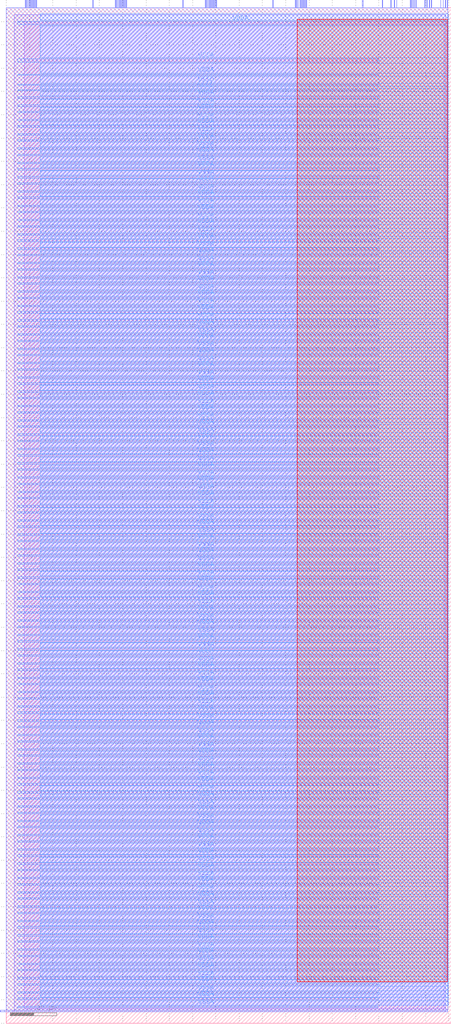
<source format=lef>
VERSION 5.7 ;
  NOWIREEXTENSIONATPIN ON ;
  DIVIDERCHAR "/" ;
  BUSBITCHARS "[]" ;
MACRO ADC_DAC_top
  CLASS BLOCK ;
  FOREIGN ADC_DAC_top ;
  ORIGIN 0.000 0.000 ;
  SIZE 191.000 BY 436.000 ;
  PIN VDDA
    DIRECTION INOUT ;
    USE POWER ;
    PORT
      LAYER met3 ;
        RECT 5.000 406.915 159.520 407.415 ;
    END
    PORT
      LAYER met3 ;
        RECT 5.000 428.615 188.875 430.115 ;
    END
    PORT
      LAYER met3 ;
        RECT 5.000 10.155 159.520 10.855 ;
    END
    PORT
      LAYER met3 ;
        RECT 5.000 16.295 159.520 16.995 ;
    END
    PORT
      LAYER met3 ;
        RECT 5.000 22.435 159.520 23.135 ;
    END
    PORT
      LAYER met3 ;
        RECT 5.000 28.575 159.520 29.275 ;
    END
    PORT
      LAYER met3 ;
        RECT 5.000 34.715 159.520 35.415 ;
    END
    PORT
      LAYER met3 ;
        RECT 5.000 40.855 159.520 41.555 ;
    END
    PORT
      LAYER met3 ;
        RECT 5.000 46.995 159.520 47.695 ;
    END
    PORT
      LAYER met3 ;
        RECT 5.000 53.135 159.520 53.835 ;
    END
    PORT
      LAYER met3 ;
        RECT 5.000 59.275 159.520 59.975 ;
    END
    PORT
      LAYER met3 ;
        RECT 5.000 65.415 159.520 66.115 ;
    END
    PORT
      LAYER met3 ;
        RECT 5.000 71.555 159.520 72.255 ;
    END
    PORT
      LAYER met3 ;
        RECT 5.000 77.695 159.520 78.395 ;
    END
    PORT
      LAYER met3 ;
        RECT 5.000 83.835 159.520 84.535 ;
    END
    PORT
      LAYER met3 ;
        RECT 5.000 89.975 159.520 90.675 ;
    END
    PORT
      LAYER met3 ;
        RECT 5.000 96.115 159.520 96.815 ;
    END
    PORT
      LAYER met3 ;
        RECT 5.000 102.255 159.520 102.955 ;
    END
    PORT
      LAYER met3 ;
        RECT 5.000 108.395 159.520 109.095 ;
    END
    PORT
      LAYER met3 ;
        RECT 5.000 114.535 159.520 115.235 ;
    END
    PORT
      LAYER met3 ;
        RECT 5.000 120.675 159.520 121.375 ;
    END
    PORT
      LAYER met3 ;
        RECT 5.000 126.815 159.520 127.515 ;
    END
    PORT
      LAYER met3 ;
        RECT 5.000 132.955 159.520 133.655 ;
    END
    PORT
      LAYER met3 ;
        RECT 5.000 139.095 159.520 139.795 ;
    END
    PORT
      LAYER met3 ;
        RECT 5.000 145.235 159.520 145.935 ;
    END
    PORT
      LAYER met3 ;
        RECT 5.000 151.375 159.520 152.075 ;
    END
    PORT
      LAYER met3 ;
        RECT 5.000 157.515 159.520 158.215 ;
    END
    PORT
      LAYER met3 ;
        RECT 5.000 163.655 159.520 164.355 ;
    END
    PORT
      LAYER met3 ;
        RECT 5.000 169.795 159.520 170.495 ;
    END
    PORT
      LAYER met3 ;
        RECT 5.000 175.935 159.520 176.635 ;
    END
    PORT
      LAYER met3 ;
        RECT 5.000 182.075 159.520 182.775 ;
    END
    PORT
      LAYER met3 ;
        RECT 5.000 188.215 159.520 188.915 ;
    END
    PORT
      LAYER met3 ;
        RECT 5.000 194.355 159.520 195.055 ;
    END
    PORT
      LAYER met3 ;
        RECT 5.000 200.495 159.520 201.195 ;
    END
    PORT
      LAYER met3 ;
        RECT 5.000 206.635 159.520 207.335 ;
    END
    PORT
      LAYER met3 ;
        RECT 5.000 212.775 159.520 213.475 ;
    END
    PORT
      LAYER met3 ;
        RECT 5.000 218.915 159.520 219.615 ;
    END
    PORT
      LAYER met3 ;
        RECT 5.000 225.055 159.520 225.755 ;
    END
    PORT
      LAYER met3 ;
        RECT 5.000 231.195 159.520 231.895 ;
    END
    PORT
      LAYER met3 ;
        RECT 5.000 237.335 159.520 238.035 ;
    END
    PORT
      LAYER met3 ;
        RECT 5.000 243.475 159.520 244.175 ;
    END
    PORT
      LAYER met3 ;
        RECT 5.000 249.615 159.520 250.315 ;
    END
    PORT
      LAYER met3 ;
        RECT 5.000 255.755 159.520 256.455 ;
    END
    PORT
      LAYER met3 ;
        RECT 5.000 261.895 159.520 262.595 ;
    END
    PORT
      LAYER met3 ;
        RECT 5.000 268.035 159.520 268.735 ;
    END
    PORT
      LAYER met3 ;
        RECT 5.000 274.175 159.520 274.875 ;
    END
    PORT
      LAYER met3 ;
        RECT 5.000 280.315 159.520 281.015 ;
    END
    PORT
      LAYER met3 ;
        RECT 5.000 286.455 159.520 287.155 ;
    END
    PORT
      LAYER met3 ;
        RECT 5.000 292.595 159.520 293.295 ;
    END
    PORT
      LAYER met3 ;
        RECT 5.000 298.735 159.520 299.435 ;
    END
    PORT
      LAYER met3 ;
        RECT 5.000 304.875 159.520 305.575 ;
    END
    PORT
      LAYER met3 ;
        RECT 5.000 311.015 159.520 311.715 ;
    END
    PORT
      LAYER met3 ;
        RECT 5.000 317.155 159.520 317.855 ;
    END
    PORT
      LAYER met3 ;
        RECT 5.000 323.295 159.520 323.995 ;
    END
    PORT
      LAYER met3 ;
        RECT 5.000 329.435 159.520 330.135 ;
    END
    PORT
      LAYER met3 ;
        RECT 5.000 335.575 159.520 336.275 ;
    END
    PORT
      LAYER met3 ;
        RECT 5.000 341.715 159.520 342.415 ;
    END
    PORT
      LAYER met3 ;
        RECT 5.000 347.855 159.520 348.555 ;
    END
    PORT
      LAYER met3 ;
        RECT 5.000 353.995 159.520 354.695 ;
    END
    PORT
      LAYER met3 ;
        RECT 5.000 360.135 159.520 360.835 ;
    END
    PORT
      LAYER met3 ;
        RECT 5.000 366.275 159.520 366.975 ;
    END
    PORT
      LAYER met3 ;
        RECT 5.000 372.415 159.520 373.115 ;
    END
    PORT
      LAYER met3 ;
        RECT 5.000 378.555 159.520 379.255 ;
    END
    PORT
      LAYER met3 ;
        RECT 5.000 384.695 159.520 385.395 ;
    END
    PORT
      LAYER met3 ;
        RECT 5.000 390.835 159.520 391.535 ;
    END
    PORT
      LAYER met3 ;
        RECT 5.000 396.975 159.520 397.675 ;
    END
  END VDDA
  PIN VSSA
    DIRECTION INOUT ;
    USE POWER ;
    PORT
      LAYER met3 ;
        RECT 5.000 412.565 159.520 414.065 ;
    END
    PORT
      LAYER met3 ;
        RECT 5.000 6.705 159.520 7.405 ;
    END
    PORT
      LAYER met3 ;
        RECT 5.000 12.845 159.520 13.545 ;
    END
    PORT
      LAYER met3 ;
        RECT 5.000 18.985 159.520 19.685 ;
    END
    PORT
      LAYER met3 ;
        RECT 5.000 25.125 159.520 25.825 ;
    END
    PORT
      LAYER met3 ;
        RECT 5.000 31.265 159.520 31.965 ;
    END
    PORT
      LAYER met3 ;
        RECT 5.000 37.405 159.520 38.105 ;
    END
    PORT
      LAYER met3 ;
        RECT 5.000 43.545 159.520 44.245 ;
    END
    PORT
      LAYER met3 ;
        RECT 5.000 49.685 159.520 50.385 ;
    END
    PORT
      LAYER met3 ;
        RECT 5.000 55.825 159.520 56.525 ;
    END
    PORT
      LAYER met3 ;
        RECT 5.000 61.965 159.520 62.665 ;
    END
    PORT
      LAYER met3 ;
        RECT 5.000 68.105 159.520 68.805 ;
    END
    PORT
      LAYER met3 ;
        RECT 5.000 74.245 159.520 74.945 ;
    END
    PORT
      LAYER met3 ;
        RECT 5.000 80.385 159.520 81.085 ;
    END
    PORT
      LAYER met3 ;
        RECT 5.000 86.525 159.520 87.225 ;
    END
    PORT
      LAYER met3 ;
        RECT 5.000 92.665 159.520 93.365 ;
    END
    PORT
      LAYER met3 ;
        RECT 5.000 98.805 159.520 99.505 ;
    END
    PORT
      LAYER met3 ;
        RECT 5.000 104.945 159.520 105.645 ;
    END
    PORT
      LAYER met3 ;
        RECT 5.000 111.085 159.520 111.785 ;
    END
    PORT
      LAYER met3 ;
        RECT 5.000 117.225 159.520 117.925 ;
    END
    PORT
      LAYER met3 ;
        RECT 5.000 123.365 159.520 124.065 ;
    END
    PORT
      LAYER met3 ;
        RECT 5.000 129.505 159.520 130.205 ;
    END
    PORT
      LAYER met3 ;
        RECT 5.000 135.645 159.520 136.345 ;
    END
    PORT
      LAYER met3 ;
        RECT 5.000 141.785 159.520 142.485 ;
    END
    PORT
      LAYER met3 ;
        RECT 5.000 147.925 159.520 148.625 ;
    END
    PORT
      LAYER met3 ;
        RECT 5.000 154.065 159.520 154.765 ;
    END
    PORT
      LAYER met3 ;
        RECT 5.000 160.205 159.520 160.905 ;
    END
    PORT
      LAYER met3 ;
        RECT 5.000 166.345 159.520 167.045 ;
    END
    PORT
      LAYER met3 ;
        RECT 5.000 172.485 159.520 173.185 ;
    END
    PORT
      LAYER met3 ;
        RECT 5.000 178.625 159.520 179.325 ;
    END
    PORT
      LAYER met3 ;
        RECT 5.000 184.765 159.520 185.465 ;
    END
    PORT
      LAYER met3 ;
        RECT 5.000 190.905 159.520 191.605 ;
    END
    PORT
      LAYER met3 ;
        RECT 5.000 197.045 159.520 197.745 ;
    END
    PORT
      LAYER met3 ;
        RECT 5.000 203.185 159.520 203.885 ;
    END
    PORT
      LAYER met3 ;
        RECT 5.000 209.325 159.520 210.025 ;
    END
    PORT
      LAYER met3 ;
        RECT 5.000 215.465 159.520 216.165 ;
    END
    PORT
      LAYER met3 ;
        RECT 5.000 221.605 159.520 222.305 ;
    END
    PORT
      LAYER met3 ;
        RECT 5.000 227.745 159.520 228.445 ;
    END
    PORT
      LAYER met3 ;
        RECT 5.000 233.885 159.520 234.585 ;
    END
    PORT
      LAYER met3 ;
        RECT 5.000 240.025 159.520 240.725 ;
    END
    PORT
      LAYER met3 ;
        RECT 5.000 246.165 159.520 246.865 ;
    END
    PORT
      LAYER met3 ;
        RECT 5.000 252.305 159.520 253.005 ;
    END
    PORT
      LAYER met3 ;
        RECT 5.000 258.445 159.520 259.145 ;
    END
    PORT
      LAYER met3 ;
        RECT 5.000 264.585 159.520 265.285 ;
    END
    PORT
      LAYER met3 ;
        RECT 5.000 270.725 159.520 271.425 ;
    END
    PORT
      LAYER met3 ;
        RECT 5.000 276.865 159.520 277.565 ;
    END
    PORT
      LAYER met3 ;
        RECT 5.000 283.005 159.520 283.705 ;
    END
    PORT
      LAYER met3 ;
        RECT 5.000 289.145 159.520 289.845 ;
    END
    PORT
      LAYER met3 ;
        RECT 5.000 295.285 159.520 295.985 ;
    END
    PORT
      LAYER met3 ;
        RECT 5.000 301.425 159.520 302.125 ;
    END
    PORT
      LAYER met3 ;
        RECT 5.000 307.565 159.520 308.265 ;
    END
    PORT
      LAYER met3 ;
        RECT 5.000 313.705 159.520 314.405 ;
    END
    PORT
      LAYER met3 ;
        RECT 5.000 319.845 159.520 320.545 ;
    END
    PORT
      LAYER met3 ;
        RECT 5.000 325.985 159.520 326.685 ;
    END
    PORT
      LAYER met3 ;
        RECT 5.000 332.125 159.520 332.825 ;
    END
    PORT
      LAYER met3 ;
        RECT 5.000 338.265 159.520 338.965 ;
    END
    PORT
      LAYER met3 ;
        RECT 5.000 344.405 159.520 345.105 ;
    END
    PORT
      LAYER met3 ;
        RECT 5.000 350.545 159.520 351.245 ;
    END
    PORT
      LAYER met3 ;
        RECT 5.000 356.685 159.520 357.385 ;
    END
    PORT
      LAYER met3 ;
        RECT 5.000 362.825 159.520 363.525 ;
    END
    PORT
      LAYER met3 ;
        RECT 5.000 368.965 159.520 369.665 ;
    END
    PORT
      LAYER met3 ;
        RECT 5.000 375.105 159.520 375.805 ;
    END
    PORT
      LAYER met3 ;
        RECT 5.000 381.245 159.520 381.945 ;
    END
    PORT
      LAYER met3 ;
        RECT 5.000 387.385 159.520 388.085 ;
    END
    PORT
      LAYER met3 ;
        RECT 5.000 393.525 159.520 394.225 ;
    END
  END VSSA
  PIN VCCD
    DIRECTION INOUT ;
    USE POWER ;
    PORT
      LAYER met3 ;
        RECT 5.000 400.265 159.520 400.765 ;
    END
  END VCCD
  PIN VSSD
    DIRECTION INOUT ;
    USE POWER ;
    PORT
      LAYER met3 ;
        RECT 5.000 402.565 159.520 403.065 ;
    END
  END VSSD
  PIN VREFH
    DIRECTION INPUT ;
    USE SIGNAL ;
    PORT
      LAYER met2 ;
        RECT -2.605 5.000 -2.595 5.500 ;
    END
  END VREFH
  PIN Din0[0]
    DIRECTION INPUT ;
    USE SIGNAL ;
    PORT
      LAYER met2 ;
        RECT 8.210 439.295 8.410 439.305 ;
    END
  END Din0[0]
  PIN Din0[1]
    DIRECTION INPUT ;
    USE SIGNAL ;
    PORT
      LAYER met2 ;
        RECT 8.900 439.295 9.100 439.305 ;
    END
  END Din0[1]
  PIN Din0[2]
    DIRECTION INPUT ;
    USE SIGNAL ;
    PORT
      LAYER met2 ;
        RECT 9.580 439.295 9.780 439.305 ;
    END
  END Din0[2]
  PIN Din0[3]
    DIRECTION INPUT ;
    USE SIGNAL ;
    PORT
      LAYER met2 ;
        RECT 10.250 439.295 10.450 439.305 ;
    END
  END Din0[3]
  PIN Din0[4]
    DIRECTION INPUT ;
    USE SIGNAL ;
    PORT
      LAYER met2 ;
        RECT 10.910 439.295 11.110 439.305 ;
    END
  END Din0[4]
  PIN Din0[5]
    DIRECTION INPUT ;
    USE SIGNAL ;
    PORT
      LAYER met2 ;
        RECT 11.570 439.295 11.770 439.305 ;
    END
  END Din0[5]
  PIN Din0[6]
    DIRECTION INPUT ;
    USE SIGNAL ;
    PORT
      LAYER met2 ;
        RECT 12.230 439.295 12.430 439.305 ;
    END
  END Din0[6]
  PIN Din0[7]
    DIRECTION INPUT ;
    USE SIGNAL ;
    PORT
      LAYER met2 ;
        RECT 12.900 439.295 13.100 439.305 ;
    END
  END Din0[7]
  PIN VOUT0
    DIRECTION OUTPUT ;
    USE SIGNAL ;
    PORT
      LAYER met2 ;
        RECT 37.040 439.295 37.280 439.305 ;
    END
  END VOUT0
  PIN Din1[0]
    DIRECTION INPUT ;
    USE SIGNAL ;
    PORT
      LAYER met2 ;
        RECT 46.840 439.295 47.040 439.305 ;
    END
  END Din1[0]
  PIN Din1[1]
    DIRECTION INPUT ;
    USE SIGNAL ;
    PORT
      LAYER met2 ;
        RECT 47.530 439.295 47.730 439.305 ;
    END
  END Din1[1]
  PIN Din1[2]
    DIRECTION INPUT ;
    USE SIGNAL ;
    PORT
      LAYER met2 ;
        RECT 48.210 439.295 48.410 439.305 ;
    END
  END Din1[2]
  PIN Din1[3]
    DIRECTION INPUT ;
    USE SIGNAL ;
    PORT
      LAYER met2 ;
        RECT 48.880 439.295 49.080 439.305 ;
    END
  END Din1[3]
  PIN Din1[4]
    DIRECTION INPUT ;
    USE SIGNAL ;
    PORT
      LAYER met2 ;
        RECT 49.540 439.295 49.740 439.305 ;
    END
  END Din1[4]
  PIN Din1[5]
    DIRECTION INPUT ;
    USE SIGNAL ;
    PORT
      LAYER met2 ;
        RECT 50.200 439.295 50.400 439.305 ;
    END
  END Din1[5]
  PIN Din1[6]
    DIRECTION INPUT ;
    USE SIGNAL ;
    PORT
      LAYER met2 ;
        RECT 50.860 439.295 51.060 439.305 ;
    END
  END Din1[6]
  PIN Din1[7]
    DIRECTION INPUT ;
    USE SIGNAL ;
    PORT
      LAYER met2 ;
        RECT 51.530 439.295 51.730 439.305 ;
    END
  END Din1[7]
  PIN VOUT1
    DIRECTION OUTPUT ;
    USE SIGNAL ;
    PORT
      LAYER met2 ;
        RECT 75.670 439.295 75.910 439.305 ;
    END
  END VOUT1
  PIN Din2[0]
    DIRECTION INPUT ;
    USE SIGNAL ;
    PORT
      LAYER met2 ;
        RECT 85.470 439.295 85.670 439.305 ;
    END
  END Din2[0]
  PIN Din2[1]
    DIRECTION INPUT ;
    USE SIGNAL ;
    PORT
      LAYER met2 ;
        RECT 86.160 439.295 86.360 439.305 ;
    END
  END Din2[1]
  PIN Din2[2]
    DIRECTION INPUT ;
    USE SIGNAL ;
    PORT
      LAYER met2 ;
        RECT 86.840 439.295 87.040 439.305 ;
    END
  END Din2[2]
  PIN Din2[3]
    DIRECTION INPUT ;
    USE SIGNAL ;
    PORT
      LAYER met2 ;
        RECT 87.510 439.295 87.710 439.305 ;
    END
  END Din2[3]
  PIN Din2[4]
    DIRECTION INPUT ;
    USE SIGNAL ;
    PORT
      LAYER met2 ;
        RECT 88.170 439.295 88.370 439.305 ;
    END
  END Din2[4]
  PIN Din2[5]
    DIRECTION INPUT ;
    USE SIGNAL ;
    PORT
      LAYER met2 ;
        RECT 88.830 439.295 89.030 439.305 ;
    END
  END Din2[5]
  PIN Din2[6]
    DIRECTION INPUT ;
    USE SIGNAL ;
    PORT
      LAYER met2 ;
        RECT 89.490 439.295 89.690 439.305 ;
    END
  END Din2[6]
  PIN Din2[7]
    DIRECTION INPUT ;
    USE SIGNAL ;
    PORT
      LAYER met2 ;
        RECT 90.160 439.295 90.360 439.305 ;
    END
  END Din2[7]
  PIN VOUT2
    DIRECTION OUTPUT ;
    USE SIGNAL ;
    PORT
      LAYER met2 ;
        RECT 114.300 439.295 114.540 439.305 ;
    END
  END VOUT2
  PIN Din3[0]
    DIRECTION INPUT ;
    USE SIGNAL ;
    PORT
      LAYER met2 ;
        RECT 124.100 439.295 124.300 439.305 ;
    END
  END Din3[0]
  PIN Din3[1]
    DIRECTION INPUT ;
    USE SIGNAL ;
    PORT
      LAYER met2 ;
        RECT 124.790 439.295 124.990 439.305 ;
    END
  END Din3[1]
  PIN Din3[2]
    DIRECTION INPUT ;
    USE SIGNAL ;
    PORT
      LAYER met2 ;
        RECT 125.470 439.295 125.670 439.305 ;
    END
  END Din3[2]
  PIN Din3[3]
    DIRECTION INPUT ;
    USE SIGNAL ;
    PORT
      LAYER met2 ;
        RECT 126.140 439.295 126.340 439.305 ;
    END
  END Din3[3]
  PIN Din3[4]
    DIRECTION INPUT ;
    USE SIGNAL ;
    PORT
      LAYER met2 ;
        RECT 126.800 439.295 127.000 439.305 ;
    END
  END Din3[4]
  PIN Din3[5]
    DIRECTION INPUT ;
    USE SIGNAL ;
    PORT
      LAYER met2 ;
        RECT 127.460 439.295 127.660 439.305 ;
    END
  END Din3[5]
  PIN Din3[6]
    DIRECTION INPUT ;
    USE SIGNAL ;
    PORT
      LAYER met2 ;
        RECT 128.120 439.295 128.320 439.305 ;
    END
  END Din3[6]
  PIN Din3[7]
    DIRECTION INPUT ;
    USE SIGNAL ;
    PORT
      LAYER met2 ;
        RECT 128.790 439.295 128.990 439.305 ;
    END
  END Din3[7]
  PIN VOUT3
    DIRECTION OUTPUT ;
    USE SIGNAL ;
    PORT
      LAYER met2 ;
        RECT 152.930 439.295 153.170 439.305 ;
    END
  END VOUT3
  PIN SAMPLE0
    DIRECTION INPUT ;
    USE SIGNAL ;
    PORT
      LAYER met2 ;
        RECT 161.390 439.295 161.560 439.305 ;
    END
  END SAMPLE0
  PIN RESULT0
    DIRECTION OUTPUT ;
    USE SIGNAL ;
    PORT
      LAYER met2 ;
        RECT 165.140 439.295 165.310 439.305 ;
    END
  END RESULT0
  PIN PIN0
    DIRECTION OUTPUT ;
    USE SIGNAL ;
    PORT
      LAYER met2 ;
        RECT 166.655 439.295 166.825 439.305 ;
    END
  END PIN0
  PIN SEL0
    DIRECTION INPUT ;
    USE SIGNAL ;
    PORT
      LAYER met2 ;
        RECT 167.570 439.295 167.740 439.305 ;
    END
  END SEL0
  PIN RESULT1
    DIRECTION OUTPUT ;
    USE SIGNAL ;
    PORT
      LAYER met2 ;
        RECT 173.450 439.295 173.620 439.305 ;
    END
  END RESULT1
  PIN PIN1
    DIRECTION OUTPUT ;
    USE SIGNAL ;
    PORT
      LAYER met2 ;
        RECT 174.110 439.295 174.280 439.305 ;
    END
  END PIN1
  PIN SEL1
    DIRECTION INPUT ;
    USE SIGNAL ;
    PORT
      LAYER met2 ;
        RECT 175.010 439.295 175.180 439.305 ;
    END
  END SEL1
  PIN SAMPLE1
    DIRECTION INPUT ;
    USE SIGNAL ;
    PORT
      LAYER met2 ;
        RECT 175.890 439.295 176.060 439.305 ;
    END
  END SAMPLE1
  PIN RESULT2
    DIRECTION OUTPUT ;
    USE SIGNAL ;
    PORT
      LAYER met2 ;
        RECT 179.700 439.295 179.870 439.305 ;
    END
  END RESULT2
  PIN SAMPLE2
    DIRECTION INPUT ;
    USE SIGNAL ;
    PORT
      LAYER met2 ;
        RECT 180.590 439.295 180.760 439.305 ;
    END
  END SAMPLE2
  PIN PIN2
    DIRECTION OUTPUT ;
    USE SIGNAL ;
    PORT
      LAYER met2 ;
        RECT 181.645 439.295 181.815 439.305 ;
    END
  END PIN2
  PIN SEL2
    DIRECTION INPUT ;
    USE SIGNAL ;
    PORT
      LAYER met2 ;
        RECT 182.490 439.295 182.660 439.305 ;
    END
  END SEL2
  PIN RESULT3
    DIRECTION OUTPUT ;
    USE SIGNAL ;
    PORT
      LAYER met2 ;
        RECT 186.440 439.295 186.610 439.305 ;
    END
  END RESULT3
  PIN SAMPLE3
    DIRECTION INPUT ;
    USE SIGNAL ;
    PORT
      LAYER met2 ;
        RECT 187.520 439.295 187.690 439.305 ;
    END
  END SAMPLE3
  PIN PIN3
    DIRECTION OUTPUT ;
    USE SIGNAL ;
    PORT
      LAYER met2 ;
        RECT 188.490 439.295 188.660 439.305 ;
    END
  END PIN3
  PIN SEL3
    DIRECTION INPUT ;
    USE SIGNAL ;
    PORT
      LAYER met2 ;
        RECT 189.415 439.295 189.585 439.305 ;
    END
  END SEL3
  OBS
      LAYER li1 ;
        RECT 7.710 6.210 188.065 430.115 ;
      LAYER met1 ;
        RECT 3.470 5.000 188.735 432.940 ;
      LAYER met2 ;
        RECT 8.210 436.000 8.410 439.295 ;
        RECT 8.900 436.000 9.100 439.295 ;
        RECT 9.580 436.000 9.780 439.295 ;
        RECT 10.250 436.000 10.450 439.295 ;
        RECT 10.910 436.000 11.110 439.295 ;
        RECT 11.570 436.000 11.770 439.295 ;
        RECT 12.230 436.000 12.430 439.295 ;
        RECT 12.900 436.000 13.100 439.295 ;
        RECT 37.040 436.000 37.280 439.295 ;
        RECT 46.840 436.000 47.040 439.295 ;
        RECT 47.530 436.000 47.730 439.295 ;
        RECT 48.210 436.000 48.410 439.295 ;
        RECT 48.880 436.000 49.080 439.295 ;
        RECT 49.540 436.000 49.740 439.295 ;
        RECT 50.200 436.000 50.400 439.295 ;
        RECT 50.860 436.000 51.060 439.295 ;
        RECT 51.530 436.000 51.730 439.295 ;
        RECT 75.670 436.000 75.910 439.295 ;
        RECT 85.470 436.000 85.670 439.295 ;
        RECT 86.160 436.000 86.360 439.295 ;
        RECT 86.840 436.000 87.040 439.295 ;
        RECT 87.510 436.000 87.710 439.295 ;
        RECT 88.170 436.000 88.370 439.295 ;
        RECT 88.830 436.000 89.030 439.295 ;
        RECT 89.490 436.000 89.690 439.295 ;
        RECT 90.160 436.000 90.360 439.295 ;
        RECT 114.300 436.000 114.540 439.295 ;
        RECT 124.100 436.000 124.300 439.295 ;
        RECT 124.790 436.000 124.990 439.295 ;
        RECT 125.470 436.000 125.670 439.295 ;
        RECT 126.140 436.000 126.340 439.295 ;
        RECT 126.800 436.000 127.000 439.295 ;
        RECT 127.460 436.000 127.660 439.295 ;
        RECT 128.120 436.000 128.320 439.295 ;
        RECT 128.790 436.000 128.990 439.295 ;
        RECT 152.930 436.000 153.170 439.295 ;
        RECT 161.390 436.000 161.560 439.295 ;
        RECT 165.140 436.000 165.310 439.295 ;
        RECT 166.655 436.000 166.825 439.295 ;
        RECT 167.570 436.000 167.740 439.295 ;
        RECT 173.450 436.000 173.620 439.295 ;
        RECT 174.110 436.000 174.280 439.295 ;
        RECT 175.010 436.000 175.180 439.295 ;
        RECT 175.890 436.000 176.060 439.295 ;
        RECT 179.700 436.000 179.870 439.295 ;
        RECT 180.590 436.000 180.760 439.295 ;
        RECT 181.645 436.000 181.815 439.295 ;
        RECT 182.490 436.000 182.660 439.295 ;
        RECT 186.440 436.000 186.610 439.295 ;
        RECT 187.520 436.000 187.690 439.295 ;
        RECT 188.490 436.000 188.660 439.295 ;
        RECT 189.415 436.000 189.585 439.295 ;
        RECT 0.000 5.500 189.585 436.000 ;
        RECT -2.595 5.000 189.585 5.500 ;
        RECT 0.000 4.970 189.585 5.000 ;
      LAYER met3 ;
        RECT 14.635 430.515 189.690 433.400 ;
        RECT 189.275 428.215 189.690 430.515 ;
        RECT 14.635 414.465 189.690 428.215 ;
        RECT 159.920 412.165 189.690 414.465 ;
        RECT 14.635 407.815 189.690 412.165 ;
        RECT 159.920 406.515 189.690 407.815 ;
        RECT 14.635 403.465 189.690 406.515 ;
        RECT 159.920 402.165 189.690 403.465 ;
        RECT 14.635 401.165 189.690 402.165 ;
        RECT 159.920 399.865 189.690 401.165 ;
        RECT 14.635 398.075 189.690 399.865 ;
        RECT 159.920 396.575 189.690 398.075 ;
        RECT 14.635 394.625 189.690 396.575 ;
        RECT 159.920 393.125 189.690 394.625 ;
        RECT 14.635 391.935 189.690 393.125 ;
        RECT 159.920 390.435 189.690 391.935 ;
        RECT 14.635 388.485 189.690 390.435 ;
        RECT 159.920 386.985 189.690 388.485 ;
        RECT 14.635 385.795 189.690 386.985 ;
        RECT 159.920 384.295 189.690 385.795 ;
        RECT 14.635 382.345 189.690 384.295 ;
        RECT 159.920 380.845 189.690 382.345 ;
        RECT 14.635 379.655 189.690 380.845 ;
        RECT 159.920 378.155 189.690 379.655 ;
        RECT 14.635 376.205 189.690 378.155 ;
        RECT 159.920 374.705 189.690 376.205 ;
        RECT 14.635 373.515 189.690 374.705 ;
        RECT 159.920 372.015 189.690 373.515 ;
        RECT 14.635 370.065 189.690 372.015 ;
        RECT 159.920 368.565 189.690 370.065 ;
        RECT 14.635 367.375 189.690 368.565 ;
        RECT 159.920 365.875 189.690 367.375 ;
        RECT 14.635 363.925 189.690 365.875 ;
        RECT 159.920 362.425 189.690 363.925 ;
        RECT 14.635 361.235 189.690 362.425 ;
        RECT 159.920 359.735 189.690 361.235 ;
        RECT 14.635 357.785 189.690 359.735 ;
        RECT 159.920 356.285 189.690 357.785 ;
        RECT 14.635 355.095 189.690 356.285 ;
        RECT 159.920 353.595 189.690 355.095 ;
        RECT 14.635 351.645 189.690 353.595 ;
        RECT 159.920 350.145 189.690 351.645 ;
        RECT 14.635 348.955 189.690 350.145 ;
        RECT 159.920 347.455 189.690 348.955 ;
        RECT 14.635 345.505 189.690 347.455 ;
        RECT 159.920 344.005 189.690 345.505 ;
        RECT 14.635 342.815 189.690 344.005 ;
        RECT 159.920 341.315 189.690 342.815 ;
        RECT 14.635 339.365 189.690 341.315 ;
        RECT 159.920 337.865 189.690 339.365 ;
        RECT 14.635 336.675 189.690 337.865 ;
        RECT 159.920 335.175 189.690 336.675 ;
        RECT 14.635 333.225 189.690 335.175 ;
        RECT 159.920 331.725 189.690 333.225 ;
        RECT 14.635 330.535 189.690 331.725 ;
        RECT 159.920 329.035 189.690 330.535 ;
        RECT 14.635 327.085 189.690 329.035 ;
        RECT 159.920 325.585 189.690 327.085 ;
        RECT 14.635 324.395 189.690 325.585 ;
        RECT 159.920 322.895 189.690 324.395 ;
        RECT 14.635 320.945 189.690 322.895 ;
        RECT 159.920 319.445 189.690 320.945 ;
        RECT 14.635 318.255 189.690 319.445 ;
        RECT 159.920 316.755 189.690 318.255 ;
        RECT 14.635 314.805 189.690 316.755 ;
        RECT 159.920 313.305 189.690 314.805 ;
        RECT 14.635 312.115 189.690 313.305 ;
        RECT 159.920 310.615 189.690 312.115 ;
        RECT 14.635 308.665 189.690 310.615 ;
        RECT 159.920 307.165 189.690 308.665 ;
        RECT 14.635 305.975 189.690 307.165 ;
        RECT 159.920 304.475 189.690 305.975 ;
        RECT 14.635 302.525 189.690 304.475 ;
        RECT 159.920 301.025 189.690 302.525 ;
        RECT 14.635 299.835 189.690 301.025 ;
        RECT 159.920 298.335 189.690 299.835 ;
        RECT 14.635 296.385 189.690 298.335 ;
        RECT 159.920 294.885 189.690 296.385 ;
        RECT 14.635 293.695 189.690 294.885 ;
        RECT 159.920 292.195 189.690 293.695 ;
        RECT 14.635 290.245 189.690 292.195 ;
        RECT 159.920 288.745 189.690 290.245 ;
        RECT 14.635 287.555 189.690 288.745 ;
        RECT 159.920 286.055 189.690 287.555 ;
        RECT 14.635 284.105 189.690 286.055 ;
        RECT 159.920 282.605 189.690 284.105 ;
        RECT 14.635 281.415 189.690 282.605 ;
        RECT 159.920 279.915 189.690 281.415 ;
        RECT 14.635 277.965 189.690 279.915 ;
        RECT 159.920 276.465 189.690 277.965 ;
        RECT 14.635 275.275 189.690 276.465 ;
        RECT 159.920 273.775 189.690 275.275 ;
        RECT 14.635 271.825 189.690 273.775 ;
        RECT 159.920 270.325 189.690 271.825 ;
        RECT 14.635 269.135 189.690 270.325 ;
        RECT 159.920 267.635 189.690 269.135 ;
        RECT 14.635 265.685 189.690 267.635 ;
        RECT 159.920 264.185 189.690 265.685 ;
        RECT 14.635 262.995 189.690 264.185 ;
        RECT 159.920 261.495 189.690 262.995 ;
        RECT 14.635 259.545 189.690 261.495 ;
        RECT 159.920 258.045 189.690 259.545 ;
        RECT 14.635 256.855 189.690 258.045 ;
        RECT 159.920 255.355 189.690 256.855 ;
        RECT 14.635 253.405 189.690 255.355 ;
        RECT 159.920 251.905 189.690 253.405 ;
        RECT 14.635 250.715 189.690 251.905 ;
        RECT 159.920 249.215 189.690 250.715 ;
        RECT 14.635 247.265 189.690 249.215 ;
        RECT 159.920 245.765 189.690 247.265 ;
        RECT 14.635 244.575 189.690 245.765 ;
        RECT 159.920 243.075 189.690 244.575 ;
        RECT 14.635 241.125 189.690 243.075 ;
        RECT 159.920 239.625 189.690 241.125 ;
        RECT 14.635 238.435 189.690 239.625 ;
        RECT 159.920 236.935 189.690 238.435 ;
        RECT 14.635 234.985 189.690 236.935 ;
        RECT 159.920 233.485 189.690 234.985 ;
        RECT 14.635 232.295 189.690 233.485 ;
        RECT 159.920 230.795 189.690 232.295 ;
        RECT 14.635 228.845 189.690 230.795 ;
        RECT 159.920 227.345 189.690 228.845 ;
        RECT 14.635 226.155 189.690 227.345 ;
        RECT 159.920 224.655 189.690 226.155 ;
        RECT 14.635 222.705 189.690 224.655 ;
        RECT 159.920 221.205 189.690 222.705 ;
        RECT 14.635 220.015 189.690 221.205 ;
        RECT 159.920 218.515 189.690 220.015 ;
        RECT 14.635 216.565 189.690 218.515 ;
        RECT 159.920 215.065 189.690 216.565 ;
        RECT 14.635 213.875 189.690 215.065 ;
        RECT 159.920 212.375 189.690 213.875 ;
        RECT 14.635 210.425 189.690 212.375 ;
        RECT 159.920 208.925 189.690 210.425 ;
        RECT 14.635 207.735 189.690 208.925 ;
        RECT 159.920 206.235 189.690 207.735 ;
        RECT 14.635 204.285 189.690 206.235 ;
        RECT 159.920 202.785 189.690 204.285 ;
        RECT 14.635 201.595 189.690 202.785 ;
        RECT 159.920 200.095 189.690 201.595 ;
        RECT 14.635 198.145 189.690 200.095 ;
        RECT 159.920 196.645 189.690 198.145 ;
        RECT 14.635 195.455 189.690 196.645 ;
        RECT 159.920 193.955 189.690 195.455 ;
        RECT 14.635 192.005 189.690 193.955 ;
        RECT 159.920 190.505 189.690 192.005 ;
        RECT 14.635 189.315 189.690 190.505 ;
        RECT 159.920 187.815 189.690 189.315 ;
        RECT 14.635 185.865 189.690 187.815 ;
        RECT 159.920 184.365 189.690 185.865 ;
        RECT 14.635 183.175 189.690 184.365 ;
        RECT 159.920 181.675 189.690 183.175 ;
        RECT 14.635 179.725 189.690 181.675 ;
        RECT 159.920 178.225 189.690 179.725 ;
        RECT 14.635 177.035 189.690 178.225 ;
        RECT 159.920 175.535 189.690 177.035 ;
        RECT 14.635 173.585 189.690 175.535 ;
        RECT 159.920 172.085 189.690 173.585 ;
        RECT 14.635 170.895 189.690 172.085 ;
        RECT 159.920 169.395 189.690 170.895 ;
        RECT 14.635 167.445 189.690 169.395 ;
        RECT 159.920 165.945 189.690 167.445 ;
        RECT 14.635 164.755 189.690 165.945 ;
        RECT 159.920 163.255 189.690 164.755 ;
        RECT 14.635 161.305 189.690 163.255 ;
        RECT 159.920 159.805 189.690 161.305 ;
        RECT 14.635 158.615 189.690 159.805 ;
        RECT 159.920 157.115 189.690 158.615 ;
        RECT 14.635 155.165 189.690 157.115 ;
        RECT 159.920 153.665 189.690 155.165 ;
        RECT 14.635 152.475 189.690 153.665 ;
        RECT 159.920 150.975 189.690 152.475 ;
        RECT 14.635 149.025 189.690 150.975 ;
        RECT 159.920 147.525 189.690 149.025 ;
        RECT 14.635 146.335 189.690 147.525 ;
        RECT 159.920 144.835 189.690 146.335 ;
        RECT 14.635 142.885 189.690 144.835 ;
        RECT 159.920 141.385 189.690 142.885 ;
        RECT 14.635 140.195 189.690 141.385 ;
        RECT 159.920 138.695 189.690 140.195 ;
        RECT 14.635 136.745 189.690 138.695 ;
        RECT 159.920 135.245 189.690 136.745 ;
        RECT 14.635 134.055 189.690 135.245 ;
        RECT 159.920 132.555 189.690 134.055 ;
        RECT 14.635 130.605 189.690 132.555 ;
        RECT 159.920 129.105 189.690 130.605 ;
        RECT 14.635 127.915 189.690 129.105 ;
        RECT 159.920 126.415 189.690 127.915 ;
        RECT 14.635 124.465 189.690 126.415 ;
        RECT 159.920 122.965 189.690 124.465 ;
        RECT 14.635 121.775 189.690 122.965 ;
        RECT 159.920 120.275 189.690 121.775 ;
        RECT 14.635 118.325 189.690 120.275 ;
        RECT 159.920 116.825 189.690 118.325 ;
        RECT 14.635 115.635 189.690 116.825 ;
        RECT 159.920 114.135 189.690 115.635 ;
        RECT 14.635 112.185 189.690 114.135 ;
        RECT 159.920 110.685 189.690 112.185 ;
        RECT 14.635 109.495 189.690 110.685 ;
        RECT 159.920 107.995 189.690 109.495 ;
        RECT 14.635 106.045 189.690 107.995 ;
        RECT 159.920 104.545 189.690 106.045 ;
        RECT 14.635 103.355 189.690 104.545 ;
        RECT 159.920 101.855 189.690 103.355 ;
        RECT 14.635 99.905 189.690 101.855 ;
        RECT 159.920 98.405 189.690 99.905 ;
        RECT 14.635 97.215 189.690 98.405 ;
        RECT 159.920 95.715 189.690 97.215 ;
        RECT 14.635 93.765 189.690 95.715 ;
        RECT 159.920 92.265 189.690 93.765 ;
        RECT 14.635 91.075 189.690 92.265 ;
        RECT 159.920 89.575 189.690 91.075 ;
        RECT 14.635 87.625 189.690 89.575 ;
        RECT 159.920 86.125 189.690 87.625 ;
        RECT 14.635 84.935 189.690 86.125 ;
        RECT 159.920 83.435 189.690 84.935 ;
        RECT 14.635 81.485 189.690 83.435 ;
        RECT 159.920 79.985 189.690 81.485 ;
        RECT 14.635 78.795 189.690 79.985 ;
        RECT 159.920 77.295 189.690 78.795 ;
        RECT 14.635 75.345 189.690 77.295 ;
        RECT 159.920 73.845 189.690 75.345 ;
        RECT 14.635 72.655 189.690 73.845 ;
        RECT 159.920 71.155 189.690 72.655 ;
        RECT 14.635 69.205 189.690 71.155 ;
        RECT 159.920 67.705 189.690 69.205 ;
        RECT 14.635 66.515 189.690 67.705 ;
        RECT 159.920 65.015 189.690 66.515 ;
        RECT 14.635 63.065 189.690 65.015 ;
        RECT 159.920 61.565 189.690 63.065 ;
        RECT 14.635 60.375 189.690 61.565 ;
        RECT 159.920 58.875 189.690 60.375 ;
        RECT 14.635 56.925 189.690 58.875 ;
        RECT 159.920 55.425 189.690 56.925 ;
        RECT 14.635 54.235 189.690 55.425 ;
        RECT 159.920 52.735 189.690 54.235 ;
        RECT 14.635 50.785 189.690 52.735 ;
        RECT 159.920 49.285 189.690 50.785 ;
        RECT 14.635 48.095 189.690 49.285 ;
        RECT 159.920 46.595 189.690 48.095 ;
        RECT 14.635 44.645 189.690 46.595 ;
        RECT 159.920 43.145 189.690 44.645 ;
        RECT 14.635 41.955 189.690 43.145 ;
        RECT 159.920 40.455 189.690 41.955 ;
        RECT 14.635 38.505 189.690 40.455 ;
        RECT 159.920 37.005 189.690 38.505 ;
        RECT 14.635 35.815 189.690 37.005 ;
        RECT 159.920 34.315 189.690 35.815 ;
        RECT 14.635 32.365 189.690 34.315 ;
        RECT 159.920 30.865 189.690 32.365 ;
        RECT 14.635 29.675 189.690 30.865 ;
        RECT 159.920 28.175 189.690 29.675 ;
        RECT 14.635 26.225 189.690 28.175 ;
        RECT 159.920 24.725 189.690 26.225 ;
        RECT 14.635 23.535 189.690 24.725 ;
        RECT 159.920 22.035 189.690 23.535 ;
        RECT 14.635 20.085 189.690 22.035 ;
        RECT 159.920 18.585 189.690 20.085 ;
        RECT 14.635 17.395 189.690 18.585 ;
        RECT 159.920 15.895 189.690 17.395 ;
        RECT 14.635 13.945 189.690 15.895 ;
        RECT 159.920 12.445 189.690 13.945 ;
        RECT 14.635 11.255 189.690 12.445 ;
        RECT 159.920 9.755 189.690 11.255 ;
        RECT 14.635 7.805 189.690 9.755 ;
        RECT 159.920 7.740 189.690 7.805 ;
      LAYER met4 ;
        RECT 124.905 17.750 189.220 431.080 ;
  END
END ADC_DAC_top
END LIBRARY


</source>
